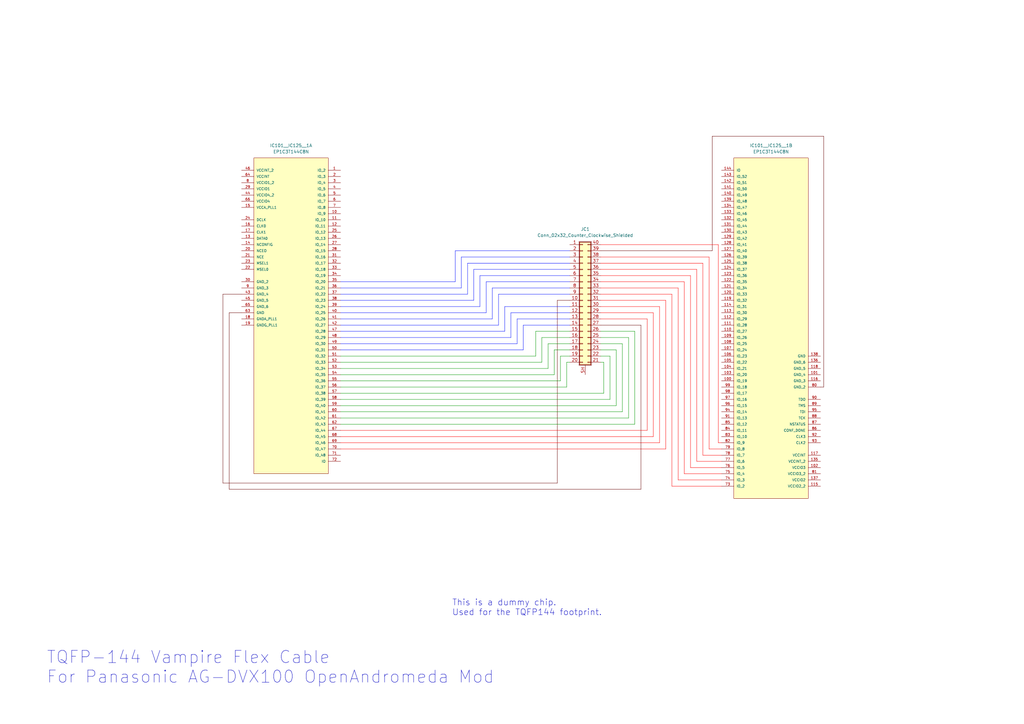
<source format=kicad_sch>
(kicad_sch (version 20230121) (generator eeschema)
  (paper "A3")
  (lib_symbols
    (symbol "Connector_Generic_Shielded:Conn_02x20_Counter_Clockwise_Shielded" (pin_names (offset 1.016) hide)
      (property "Reference" "J" (at 1.524 25.146 0))
      (property "Value" "Conn_02x20_Counter_Clockwise_Shielded" (at 2.286 -27.686 0))
      (symbol "Conn_02x20_Counter_Clockwise_Shielded_1_1"
        (rectangle (start -1.27 24.13) (end 3.81 -26.67) (stroke (width 0.1524)))
        (rectangle (start -1.016 -25.273) (end 0.254 -25.527) (stroke (width 0.1524)))
        (rectangle (start -1.016 -22.733) (end 0.254 -22.987) (stroke (width 0.1524)))
        (rectangle (start -1.016 -20.193) (end 0.254 -20.447) (stroke (width 0.1524)))
        (rectangle (start -1.016 -17.653) (end 0.254 -17.907) (stroke (width 0.1524)))
        (rectangle (start -1.016 -15.113) (end 0.254 -15.367) (stroke (width 0.1524)))
        (rectangle (start -1.016 -12.573) (end 0.254 -12.827) (stroke (width 0.1524)))
        (rectangle (start -1.016 -10.033) (end 0.254 -10.287) (stroke (width 0.1524)))
        (rectangle (start -1.016 -7.493) (end 0.254 -7.747) (stroke (width 0.1524)))
        (rectangle (start -1.016 -4.953) (end 0.254 -5.207) (stroke (width 0.1524)))
        (rectangle (start -1.016 -2.413) (end 0.254 -2.667) (stroke (width 0.1524)))
        (rectangle (start -1.016 0.127) (end 0.254 -0.127) (stroke (width 0.1524)))
        (rectangle (start -1.016 2.667) (end 0.254 2.413) (stroke (width 0.1524)))
        (rectangle (start -1.016 5.207) (end 0.254 4.953) (stroke (width 0.1524)))
        (rectangle (start -1.016 7.747) (end 0.254 7.493) (stroke (width 0.1524)))
        (rectangle (start -1.016 10.287) (end 0.254 10.033) (stroke (width 0.1524)))
        (rectangle (start -1.016 12.827) (end 0.254 12.573) (stroke (width 0.1524)))
        (rectangle (start -1.016 15.367) (end 0.254 15.113) (stroke (width 0.1524)))
        (rectangle (start -1.016 17.907) (end 0.254 17.653) (stroke (width 0.1524)))
        (rectangle (start -1.016 20.447) (end 0.254 20.193) (stroke (width 0.1524)))
        (rectangle (start -1.016 22.987) (end 0.254 22.733) (stroke (width 0.1524)))
        (rectangle (start -1.016 23.876) (end 3.556 -26.416) (stroke (width 0.254)) (fill (type background)))
        (rectangle (start 3.556 -25.273) (end 2.286 -25.527) (stroke (width 0.1524)))
        (rectangle (start 3.556 -22.733) (end 2.286 -22.987) (stroke (width 0.1524)))
        (rectangle (start 3.556 -20.193) (end 2.286 -20.447) (stroke (width 0.1524)))
        (rectangle (start 3.556 -17.653) (end 2.286 -17.907) (stroke (width 0.1524)))
        (rectangle (start 3.556 -15.113) (end 2.286 -15.367) (stroke (width 0.1524)))
        (rectangle (start 3.556 -12.573) (end 2.286 -12.827) (stroke (width 0.1524)))
        (rectangle (start 3.556 -10.033) (end 2.286 -10.287) (stroke (width 0.1524)))
        (rectangle (start 3.556 -7.493) (end 2.286 -7.747) (stroke (width 0.1524)))
        (rectangle (start 3.556 -4.953) (end 2.286 -5.207) (stroke (width 0.1524)))
        (rectangle (start 3.556 -2.413) (end 2.286 -2.667) (stroke (width 0.1524)))
        (rectangle (start 3.556 0.127) (end 2.286 -0.127) (stroke (width 0.1524)))
        (rectangle (start 3.556 2.667) (end 2.286 2.413) (stroke (width 0.1524)))
        (rectangle (start 3.556 5.207) (end 2.286 4.953) (stroke (width 0.1524)))
        (rectangle (start 3.556 7.747) (end 2.286 7.493) (stroke (width 0.1524)))
        (rectangle (start 3.556 10.287) (end 2.286 10.033) (stroke (width 0.1524)))
        (rectangle (start 3.556 12.827) (end 2.286 12.573) (stroke (width 0.1524)))
        (rectangle (start 3.556 15.367) (end 2.286 15.113) (stroke (width 0.1524)))
        (rectangle (start 3.556 17.907) (end 2.286 17.653) (stroke (width 0.1524)))
        (rectangle (start 3.556 20.447) (end 2.286 20.193) (stroke (width 0.1524)))
        (rectangle (start 3.556 22.987) (end 2.286 22.733) (stroke (width 0.1524)))
        (pin passive line (at -5.08 22.86 0) (length 4.064) (name "Pin_1") (number "1"))
        (pin passive line (at -5.08 0 0) (length 4.064) (name "Pin_10") (number "10"))
        (pin passive line (at -5.08 -2.54 0) (length 4.064) (name "Pin_11") (number "11"))
        (pin passive line (at -5.08 -5.08 0) (length 4.064) (name "Pin_12") (number "12"))
        (pin passive line (at -5.08 -7.62 0) (length 4.064) (name "Pin_13") (number "13"))
        (pin passive line (at -5.08 -10.16 0) (length 4.064) (name "Pin_14") (number "14"))
        (pin passive line (at -5.08 -12.7 0) (length 4.064) (name "Pin_15") (number "15"))
        (pin passive line (at -5.08 -15.24 0) (length 4.064) (name "Pin_16") (number "16"))
        (pin passive line (at -5.08 -17.78 0) (length 4.064) (name "Pin_17") (number "17"))
        (pin passive line (at -5.08 -20.32 0) (length 4.064) (name "Pin_18") (number "18"))
        (pin passive line (at -5.08 -22.86 0) (length 4.064) (name "Pin_19") (number "19"))
        (pin passive line (at -5.08 20.32 0) (length 4.064) (name "Pin_2") (number "2"))
        (pin passive line (at -5.08 -25.4 0) (length 4.064) (name "Pin_20") (number "20"))
        (pin passive line (at 7.62 -25.4 180) (length 4.064) (name "Pin_21") (number "21"))
        (pin passive line (at 7.62 -22.86 180) (length 4.064) (name "Pin_22") (number "22"))
        (pin passive line (at 7.62 -20.32 180) (length 4.064) (name "Pin_23") (number "23"))
        (pin passive line (at 7.62 -17.78 180) (length 4.064) (name "Pin_24") (number "24"))
        (pin passive line (at 7.62 -15.24 180) (length 4.064) (name "Pin_25") (number "25"))
        (pin passive line (at 7.62 -12.7 180) (length 4.064) (name "Pin_26") (number "26"))
        (pin passive line (at 7.62 -10.16 180) (length 4.064) (name "Pin_27") (number "27"))
        (pin passive line (at 7.62 -7.62 180) (length 4.064) (name "Pin_28") (number "28"))
        (pin passive line (at 7.62 -5.08 180) (length 4.064) (name "Pin_29") (number "29"))
        (pin passive line (at -5.08 17.78 0) (length 4.064) (name "Pin_3") (number "3"))
        (pin passive line (at 7.62 -2.54 180) (length 4.064) (name "Pin_30") (number "30"))
        (pin passive line (at 7.62 0 180) (length 4.064) (name "Pin_31") (number "31"))
        (pin passive line (at 7.62 2.54 180) (length 4.064) (name "Pin_32") (number "32"))
        (pin passive line (at 7.62 5.08 180) (length 4.064) (name "Pin_33") (number "33"))
        (pin passive line (at 7.62 7.62 180) (length 4.064) (name "Pin_34") (number "34"))
        (pin passive line (at 7.62 10.16 180) (length 4.064) (name "Pin_35") (number "35"))
        (pin passive line (at 7.62 12.7 180) (length 4.064) (name "Pin_36") (number "36"))
        (pin passive line (at 7.62 15.24 180) (length 4.064) (name "Pin_37") (number "37"))
        (pin passive line (at 7.62 17.78 180) (length 4.064) (name "Pin_38") (number "38"))
        (pin passive line (at 7.62 20.32 180) (length 4.064) (name "Pin_39") (number "39"))
        (pin passive line (at -5.08 15.24 0) (length 4.064) (name "Pin_4") (number "4"))
        (pin passive line (at 7.62 22.86 180) (length 4.064) (name "Pin_40") (number "40"))
        (pin passive line (at -5.08 12.7 0) (length 4.064) (name "Pin_5") (number "5"))
        (pin passive line (at -5.08 10.16 0) (length 4.064) (name "Pin_6") (number "6"))
        (pin passive line (at -5.08 7.62 0) (length 4.064) (name "Pin_7") (number "7"))
        (pin passive line (at -5.08 5.08 0) (length 4.064) (name "Pin_8") (number "8"))
        (pin passive line (at -5.08 2.54 0) (length 4.064) (name "Pin_9") (number "9"))
        (pin passive line (at 1.27 -30.48 90) (length 3.81) (name "Shield") (number "SH"))
      )
    )
    (symbol "Prj:EP1C3T144C8N" (pin_names (offset 1.016))
      (property "Reference" "U" (at -5.3594 64.9986 0))
      (property "Value" "EP1C3T144C8N" (at -3.6576 -72.3138 0))
      (symbol "EP1C3T144C8N_1_0"
        (rectangle (start -15.24 -68.58) (end 15.24 60.96) (stroke (width 0.1524)) (fill (type background)))
        (pin bidirectional line (at 20.32 55.88 180) (length 5.08) (name "IO_2") (number "1"))
        (pin bidirectional line (at 20.32 38.1 180) (length 5.08) (name "IO_9") (number "10"))
        (pin bidirectional line (at 20.32 35.56 180) (length 5.08) (name "IO_10") (number "11"))
        (pin bidirectional line (at 20.32 33.02 180) (length 5.08) (name "IO_11") (number "12"))
        (pin input line (at -20.32 27.94 0) (length 5.08) (name "DATA0") (number "13"))
        (pin input line (at -20.32 25.4 0) (length 5.08) (name "NCONFIG") (number "14"))
        (pin power_in line (at -20.32 40.64 0) (length 5.08) (name "VCCA_PLL1") (number "15"))
        (pin input line (at -20.32 33.02 0) (length 5.08) (name "CLK0") (number "16"))
        (pin input line (at -20.32 30.48 0) (length 5.08) (name "CLK1") (number "17"))
        (pin passive line (at -20.32 -5.08 0) (length 5.08) (name "GNDA_PLL1") (number "18"))
        (pin passive line (at -20.32 -7.62 0) (length 5.08) (name "GNDG_PLL1") (number "19"))
        (pin bidirectional line (at 20.32 53.34 180) (length 5.08) (name "IO_3") (number "2"))
        (pin input line (at -20.32 22.86 0) (length 5.08) (name "NCEO") (number "20"))
        (pin input line (at -20.32 20.32 0) (length 5.08) (name "NCE") (number "21"))
        (pin input line (at -20.32 15.24 0) (length 5.08) (name "MSEL0") (number "22"))
        (pin input line (at -20.32 17.78 0) (length 5.08) (name "MSEL1") (number "23"))
        (pin input line (at -20.32 35.56 0) (length 5.08) (name "DCLK") (number "24"))
        (pin bidirectional line (at 20.32 30.48 180) (length 5.08) (name "IO_12") (number "25"))
        (pin bidirectional line (at 20.32 27.94 180) (length 5.08) (name "IO_13") (number "26"))
        (pin bidirectional line (at 20.32 25.4 180) (length 5.08) (name "IO_14") (number "27"))
        (pin bidirectional line (at 20.32 22.86 180) (length 5.08) (name "IO_15") (number "28"))
        (pin power_in line (at -20.32 48.26 0) (length 5.08) (name "VCCIO1") (number "29"))
        (pin bidirectional line (at 20.32 50.8 180) (length 5.08) (name "IO_4") (number "3"))
        (pin passive line (at -20.32 10.16 0) (length 5.08) (name "GND_2") (number "30"))
        (pin bidirectional line (at 20.32 20.32 180) (length 5.08) (name "IO_16") (number "31"))
        (pin bidirectional line (at 20.32 17.78 180) (length 5.08) (name "IO_17") (number "32"))
        (pin bidirectional line (at 20.32 15.24 180) (length 5.08) (name "IO_18") (number "33"))
        (pin bidirectional line (at 20.32 12.7 180) (length 5.08) (name "IO_19") (number "34"))
        (pin bidirectional line (at 20.32 10.16 180) (length 5.08) (name "IO_20") (number "35"))
        (pin bidirectional line (at 20.32 7.62 180) (length 5.08) (name "IO_21") (number "36"))
        (pin bidirectional line (at 20.32 5.08 180) (length 5.08) (name "IO_22") (number "37"))
        (pin bidirectional line (at 20.32 2.54 180) (length 5.08) (name "IO_23") (number "38"))
        (pin bidirectional line (at 20.32 0 180) (length 5.08) (name "IO_24") (number "39"))
        (pin bidirectional line (at 20.32 48.26 180) (length 5.08) (name "IO_5") (number "4"))
        (pin bidirectional line (at 20.32 -2.54 180) (length 5.08) (name "IO_25") (number "40"))
        (pin bidirectional line (at 20.32 -5.08 180) (length 5.08) (name "IO_26") (number "41"))
        (pin bidirectional line (at 20.32 -7.62 180) (length 5.08) (name "IO_27") (number "42"))
        (pin passive line (at -20.32 5.08 0) (length 5.08) (name "GND_4") (number "43"))
        (pin power_in line (at -20.32 45.72 0) (length 5.08) (name "VCCIO4_2") (number "44"))
        (pin passive line (at -20.32 2.54 0) (length 5.08) (name "GND_5") (number "45"))
        (pin power_in line (at -20.32 55.88 0) (length 5.08) (name "VCCINT_2") (number "46"))
        (pin bidirectional line (at 20.32 -10.16 180) (length 5.08) (name "IO_28") (number "47"))
        (pin bidirectional line (at 20.32 -12.7 180) (length 5.08) (name "IO_29") (number "48"))
        (pin bidirectional line (at 20.32 -15.24 180) (length 5.08) (name "IO_30") (number "49"))
        (pin bidirectional line (at 20.32 45.72 180) (length 5.08) (name "IO_6") (number "5"))
        (pin bidirectional line (at 20.32 -17.78 180) (length 5.08) (name "IO_31") (number "50"))
        (pin bidirectional line (at 20.32 -20.32 180) (length 5.08) (name "IO_32") (number "51"))
        (pin bidirectional line (at 20.32 -22.86 180) (length 5.08) (name "IO_33") (number "52"))
        (pin bidirectional line (at 20.32 -25.4 180) (length 5.08) (name "IO_34") (number "53"))
        (pin bidirectional line (at 20.32 -27.94 180) (length 5.08) (name "IO_35") (number "54"))
        (pin bidirectional line (at 20.32 -30.48 180) (length 5.08) (name "IO_36") (number "55"))
        (pin bidirectional line (at 20.32 -33.02 180) (length 5.08) (name "IO_37") (number "56"))
        (pin bidirectional line (at 20.32 -35.56 180) (length 5.08) (name "IO_38") (number "57"))
        (pin bidirectional line (at 20.32 -38.1 180) (length 5.08) (name "IO_39") (number "58"))
        (pin bidirectional line (at 20.32 -40.64 180) (length 5.08) (name "IO_40") (number "59"))
        (pin bidirectional line (at 20.32 43.18 180) (length 5.08) (name "IO_7") (number "6"))
        (pin bidirectional line (at 20.32 -43.18 180) (length 5.08) (name "IO_41") (number "60"))
        (pin bidirectional line (at 20.32 -45.72 180) (length 5.08) (name "IO_42") (number "61"))
        (pin bidirectional line (at 20.32 -48.26 180) (length 5.08) (name "IO_43") (number "62"))
        (pin passive line (at -20.32 -2.54 0) (length 5.08) (name "GND") (number "63"))
        (pin power_in line (at -20.32 53.34 0) (length 5.08) (name "VCCINT") (number "64"))
        (pin passive line (at -20.32 0 0) (length 5.08) (name "GND_6") (number "65"))
        (pin power_in line (at -20.32 43.18 0) (length 5.08) (name "VCCIO4") (number "66"))
        (pin bidirectional line (at 20.32 -50.8 180) (length 5.08) (name "IO_44") (number "67"))
        (pin bidirectional line (at 20.32 -53.34 180) (length 5.08) (name "IO_45") (number "68"))
        (pin bidirectional line (at 20.32 -55.88 180) (length 5.08) (name "IO_46") (number "69"))
        (pin bidirectional line (at 20.32 40.64 180) (length 5.08) (name "IO_8") (number "7"))
        (pin bidirectional line (at 20.32 -58.42 180) (length 5.08) (name "IO_47") (number "70"))
        (pin bidirectional line (at 20.32 -60.96 180) (length 5.08) (name "IO_48") (number "71"))
        (pin bidirectional line (at 20.32 -63.5 180) (length 5.08) (name "IO") (number "72"))
        (pin power_in line (at -20.32 50.8 0) (length 5.08) (name "VCCIO1_2") (number "8"))
        (pin passive line (at -20.32 7.62 0) (length 5.08) (name "GND_3") (number "9"))
      )
      (symbol "EP1C3T144C8N_2_0"
        (rectangle (start -15.24 -73.66) (end 15.24 66.04) (stroke (width 0.1524)) (fill (type background)))
        (pin bidirectional line (at 20.32 17.78 180) (length 5.08) (name "IO_19") (number "100"))
        (pin passive line (at -20.32 15.24 0) (length 5.08) (name "GND_4") (number "101"))
        (pin power_in line (at -20.32 53.34 0) (length 5.08) (name "VCCIO3") (number "102"))
        (pin bidirectional line (at 20.32 15.24 180) (length 5.08) (name "IO_20") (number "103"))
        (pin bidirectional line (at 20.32 12.7 180) (length 5.08) (name "IO_21") (number "104"))
        (pin bidirectional line (at 20.32 10.16 180) (length 5.08) (name "IO_22") (number "105"))
        (pin bidirectional line (at 20.32 7.62 180) (length 5.08) (name "IO_23") (number "106"))
        (pin bidirectional line (at 20.32 5.08 180) (length 5.08) (name "IO_24") (number "107"))
        (pin bidirectional line (at 20.32 2.54 180) (length 5.08) (name "IO_25") (number "108"))
        (pin bidirectional line (at 20.32 0 180) (length 5.08) (name "IO_26") (number "109"))
        (pin bidirectional line (at 20.32 -2.54 180) (length 5.08) (name "IO_27") (number "110"))
        (pin bidirectional line (at 20.32 -5.08 180) (length 5.08) (name "IO_28") (number "111"))
        (pin bidirectional line (at 20.32 -7.62 180) (length 5.08) (name "IO_29") (number "112"))
        (pin bidirectional line (at 20.32 -10.16 180) (length 5.08) (name "IO_30") (number "113"))
        (pin bidirectional line (at 20.32 -12.7 180) (length 5.08) (name "IO_31") (number "114"))
        (pin power_in line (at -20.32 60.96 0) (length 5.08) (name "VCCIO2_2") (number "115"))
        (pin passive line (at -20.32 17.78 0) (length 5.08) (name "GND_3") (number "116"))
        (pin power_in line (at -20.32 48.26 0) (length 5.08) (name "VCCINT") (number "117"))
        (pin passive line (at -20.32 12.7 0) (length 5.08) (name "GND_5") (number "118"))
        (pin bidirectional line (at 20.32 -15.24 180) (length 5.08) (name "IO_32") (number "119"))
        (pin bidirectional line (at 20.32 -17.78 180) (length 5.08) (name "IO_33") (number "120"))
        (pin bidirectional line (at 20.32 -20.32 180) (length 5.08) (name "IO_34") (number "121"))
        (pin bidirectional line (at 20.32 -22.86 180) (length 5.08) (name "IO_35") (number "122"))
        (pin bidirectional line (at 20.32 -25.4 180) (length 5.08) (name "IO_36") (number "123"))
        (pin bidirectional line (at 20.32 -27.94 180) (length 5.08) (name "IO_37") (number "124"))
        (pin bidirectional line (at 20.32 -30.48 180) (length 5.08) (name "IO_38") (number "125"))
        (pin bidirectional line (at 20.32 -33.02 180) (length 5.08) (name "IO_39") (number "126"))
        (pin bidirectional line (at 20.32 -35.56 180) (length 5.08) (name "IO_40") (number "127"))
        (pin bidirectional line (at 20.32 -38.1 180) (length 5.08) (name "IO_41") (number "128"))
        (pin bidirectional line (at 20.32 -40.64 180) (length 5.08) (name "IO_42") (number "129"))
        (pin bidirectional line (at 20.32 -43.18 180) (length 5.08) (name "IO_43") (number "130"))
        (pin bidirectional line (at 20.32 -45.72 180) (length 5.08) (name "IO_44") (number "131"))
        (pin bidirectional line (at 20.32 -48.26 180) (length 5.08) (name "IO_45") (number "132"))
        (pin bidirectional line (at 20.32 -50.8 180) (length 5.08) (name "IO_46") (number "133"))
        (pin bidirectional line (at 20.32 -53.34 180) (length 5.08) (name "IO_47") (number "134"))
        (pin power_in line (at -20.32 50.8 0) (length 5.08) (name "VCCINT_2") (number "135"))
        (pin passive line (at -20.32 10.16 0) (length 5.08) (name "GND_6") (number "136"))
        (pin power_in line (at -20.32 58.42 0) (length 5.08) (name "VCCIO2") (number "137"))
        (pin passive line (at -20.32 7.62 0) (length 5.08) (name "GND") (number "138"))
        (pin bidirectional line (at 20.32 -55.88 180) (length 5.08) (name "IO_48") (number "139"))
        (pin bidirectional line (at 20.32 -58.42 180) (length 5.08) (name "IO_49") (number "140"))
        (pin bidirectional line (at 20.32 -60.96 180) (length 5.08) (name "IO_50") (number "141"))
        (pin bidirectional line (at 20.32 -63.5 180) (length 5.08) (name "IO_51") (number "142"))
        (pin bidirectional line (at 20.32 -66.04 180) (length 5.08) (name "IO_52") (number "143"))
        (pin bidirectional line (at 20.32 -68.58 180) (length 5.08) (name "IO") (number "144"))
        (pin bidirectional line (at 20.32 60.96 180) (length 5.08) (name "IO_2") (number "73"))
        (pin bidirectional line (at 20.32 58.42 180) (length 5.08) (name "IO_3") (number "74"))
        (pin bidirectional line (at 20.32 55.88 180) (length 5.08) (name "IO_4") (number "75"))
        (pin bidirectional line (at 20.32 53.34 180) (length 5.08) (name "IO_5") (number "76"))
        (pin bidirectional line (at 20.32 50.8 180) (length 5.08) (name "IO_6") (number "77"))
        (pin bidirectional line (at 20.32 48.26 180) (length 5.08) (name "IO_7") (number "78"))
        (pin bidirectional line (at 20.32 45.72 180) (length 5.08) (name "IO_8") (number "79"))
        (pin passive line (at -20.32 20.32 0) (length 5.08) (name "GND_2") (number "80"))
        (pin power_in line (at -20.32 55.88 0) (length 5.08) (name "VCCIO3_2") (number "81"))
        (pin bidirectional line (at 20.32 43.18 180) (length 5.08) (name "IO_9") (number "82"))
        (pin bidirectional line (at 20.32 40.64 180) (length 5.08) (name "IO_10") (number "83"))
        (pin bidirectional line (at 20.32 38.1 180) (length 5.08) (name "IO_11") (number "84"))
        (pin bidirectional line (at 20.32 35.56 180) (length 5.08) (name "IO_12") (number "85"))
        (pin input line (at -20.32 38.1 0) (length 5.08) (name "CONF_DONE") (number "86"))
        (pin input line (at -20.32 35.56 0) (length 5.08) (name "NSTATUS") (number "87"))
        (pin input line (at -20.32 33.02 0) (length 5.08) (name "TCK") (number "88"))
        (pin input line (at -20.32 27.94 0) (length 5.08) (name "TMS") (number "89"))
        (pin input line (at -20.32 25.4 0) (length 5.08) (name "TDO") (number "90"))
        (pin bidirectional line (at 20.32 33.02 180) (length 5.08) (name "IO_13") (number "91"))
        (pin input line (at -20.32 40.64 0) (length 5.08) (name "CLK3") (number "92"))
        (pin input line (at -20.32 43.18 0) (length 5.08) (name "CLK2") (number "93"))
        (pin bidirectional line (at 20.32 30.48 180) (length 5.08) (name "IO_14") (number "94"))
        (pin input line (at -20.32 30.48 0) (length 5.08) (name "TDI") (number "95"))
        (pin bidirectional line (at 20.32 27.94 180) (length 5.08) (name "IO_15") (number "96"))
        (pin bidirectional line (at 20.32 25.4 180) (length 5.08) (name "IO_16") (number "97"))
        (pin bidirectional line (at 20.32 22.86 180) (length 5.08) (name "IO_17") (number "98"))
        (pin bidirectional line (at 20.32 20.32 180) (length 5.08) (name "IO_18") (number "99"))
      )
    )
  )
  (wire (pts (xy 99.06 128.27) (xy 93.98 128.27)) (stroke (width 0) (color 100 0 0 1)))
  (wire (pts (xy 91.44 120.65) (xy 91.44 198.12)) (stroke (width 0) (color 100 0 0 1)))
  (wire (pts (xy 292.1 55.88) (xy 292.1 102.87)) (stroke (width 0) (color 100 0 0 1)))
  (wire (pts (xy 199.39 115.57) (xy 199.39 128.27)) (stroke (width 0) (color 0 13 255 1)))
  (wire (pts (xy 280.67 115.57) (xy 280.67 194.31)) (stroke (width 0) (color 253 0 0 1)))
  (wire (pts (xy 233.68 140.97) (xy 224.79 140.97)))
  (wire (pts (xy 207.01 135.89) (xy 207.01 125.73)) (stroke (width 0) (color 0 13 255 1)))
  (wire (pts (xy 212.09 140.97) (xy 212.09 130.81)) (stroke (width 0) (color 0 13 255 1)))
  (wire (pts (xy 255.27 140.97) (xy 255.27 168.91)))
  (wire (pts (xy 204.47 133.35) (xy 139.7 133.35)) (stroke (width 0) (color 0 13 255 1)))
  (wire (pts (xy 233.68 148.59) (xy 232.41 148.59)))
  (wire (pts (xy 260.35 135.89) (xy 260.35 173.99)))
  (wire (pts (xy 201.93 130.81) (xy 201.93 118.11)) (stroke (width 0) (color 0 13 255 1)))
  (wire (pts (xy 252.73 143.51) (xy 246.38 143.51)))
  (wire (pts (xy 214.63 143.51) (xy 139.7 143.51)) (stroke (width 0) (color 0 13 255 1)))
  (wire (pts (xy 139.7 148.59) (xy 222.25 148.59)))
  (wire (pts (xy 260.35 173.99) (xy 139.7 173.99)))
  (wire (pts (xy 186.69 102.87) (xy 233.68 102.87)) (stroke (width 0) (color 0 13 255 1)))
  (wire (pts (xy 275.59 120.65) (xy 246.38 120.65)) (stroke (width 0) (color 253 0 0 1)))
  (wire (pts (xy 233.68 110.49) (xy 194.31 110.49)) (stroke (width 0) (color 0 13 255 1)))
  (wire (pts (xy 246.38 100.33) (xy 294.64 100.33)) (stroke (width 0) (color 253 0 0 1)))
  (wire (pts (xy 222.25 148.59) (xy 222.25 138.43)))
  (wire (pts (xy 290.83 184.15) (xy 290.83 105.41)) (stroke (width 0) (color 253 0 0 1)))
  (wire (pts (xy 99.06 120.65) (xy 91.44 120.65)) (stroke (width 0) (color 100 0 0 1)))
  (wire (pts (xy 295.91 186.69) (xy 288.29 186.69)) (stroke (width 0) (color 253 0 0 1)))
  (wire (pts (xy 288.29 107.95) (xy 246.38 107.95)) (stroke (width 0) (color 253 0 0 1)))
  (wire (pts (xy 139.7 120.65) (xy 191.77 120.65)) (stroke (width 0) (color 0 13 255 1)))
  (wire (pts (xy 139.7 161.29) (xy 247.65 161.29)))
  (wire (pts (xy 250.19 163.83) (xy 250.19 146.05)))
  (wire (pts (xy 224.79 140.97) (xy 224.79 151.13)))
  (wire (pts (xy 265.43 130.81) (xy 246.38 130.81)) (stroke (width 0) (color 245 0 0 1)))
  (wire (pts (xy 139.7 184.15) (xy 273.05 184.15)) (stroke (width 0) (color 253 0 0 1)))
  (wire (pts (xy 257.81 171.45) (xy 257.81 138.43)))
  (wire (pts (xy 139.7 158.75) (xy 232.41 158.75)))
  (wire (pts (xy 246.38 135.89) (xy 260.35 135.89)))
  (wire (pts (xy 189.23 105.41) (xy 233.68 105.41)) (stroke (width 0) (color 0 13 255 1)))
  (wire (pts (xy 139.7 146.05) (xy 219.71 146.05)))
  (wire (pts (xy 252.73 166.37) (xy 252.73 143.51)))
  (wire (pts (xy 285.75 110.49) (xy 285.75 189.23)) (stroke (width 0) (color 253 0 0 1)))
  (wire (pts (xy 246.38 140.97) (xy 255.27 140.97)))
  (wire (pts (xy 186.69 115.57) (xy 186.69 102.87)) (stroke (width 0) (color 0 13 255 1)))
  (wire (pts (xy 229.87 156.21) (xy 229.87 146.05)))
  (wire (pts (xy 139.7 166.37) (xy 252.73 166.37)))
  (wire (pts (xy 246.38 118.11) (xy 278.13 118.11)) (stroke (width 0) (color 253 0 0 1)))
  (wire (pts (xy 295.91 199.39) (xy 275.59 199.39)) (stroke (width 0) (color 253 0 0 1)))
  (wire (pts (xy 278.13 118.11) (xy 278.13 196.85)) (stroke (width 0) (color 253 0 0 1)))
  (wire (pts (xy 199.39 128.27) (xy 139.7 128.27)) (stroke (width 0) (color 0 13 255 1)))
  (wire (pts (xy 139.7 163.83) (xy 250.19 163.83)))
  (wire (pts (xy 233.68 133.35) (xy 214.63 133.35)) (stroke (width 0) (color 0 13 255 1)))
  (wire (pts (xy 139.7 153.67) (xy 227.33 153.67)))
  (wire (pts (xy 139.7 118.11) (xy 189.23 118.11)) (stroke (width 0) (color 0 13 255 1)))
  (wire (pts (xy 139.7 156.21) (xy 229.87 156.21)))
  (wire (pts (xy 214.63 133.35) (xy 214.63 143.51)) (stroke (width 0) (color 0 13 255 1)))
  (wire (pts (xy 93.98 128.27) (xy 93.98 200.66)) (stroke (width 0) (color 100 0 0 1)))
  (wire (pts (xy 189.23 118.11) (xy 189.23 105.41)) (stroke (width 0) (color 0 13 255 1)))
  (wire (pts (xy 247.65 148.59) (xy 246.38 148.59)))
  (wire (pts (xy 191.77 120.65) (xy 191.77 107.95)) (stroke (width 0) (color 0 13 255 1)))
  (wire (pts (xy 233.68 115.57) (xy 199.39 115.57)) (stroke (width 0) (color 0 13 255 1)))
  (wire (pts (xy 196.85 125.73) (xy 196.85 113.03)) (stroke (width 0) (color 0 13 255 1)))
  (wire (pts (xy 292.1 55.88) (xy 337.82 55.88)) (stroke (width 0) (color 100 0 0 1)))
  (wire (pts (xy 337.82 158.75) (xy 336.55 158.75)) (stroke (width 0) (color 100 0 0 1)))
  (wire (pts (xy 250.19 146.05) (xy 246.38 146.05)))
  (wire (pts (xy 139.7 115.57) (xy 186.69 115.57)) (stroke (width 0) (color 0 13 255 1)))
  (wire (pts (xy 262.89 200.66) (xy 262.89 133.35)) (stroke (width 0) (color 100 0 0 1)))
  (wire (pts (xy 267.97 128.27) (xy 246.38 128.27)) (stroke (width 0) (color 253 0 0 1)))
  (wire (pts (xy 337.82 158.75) (xy 337.82 55.88)) (stroke (width 0) (color 100 0 0 1)))
  (wire (pts (xy 204.47 120.65) (xy 204.47 133.35)) (stroke (width 0) (color 0 13 255 1)))
  (wire (pts (xy 139.7 151.13) (xy 224.79 151.13)))
  (wire (pts (xy 139.7 171.45) (xy 257.81 171.45)))
  (wire (pts (xy 295.91 184.15) (xy 290.83 184.15)) (stroke (width 0) (color 253 0 0 1)))
  (wire (pts (xy 273.05 123.19) (xy 246.38 123.19)) (stroke (width 0) (color 253 0 0 1)))
  (wire (pts (xy 204.47 120.65) (xy 233.68 120.65)) (stroke (width 0) (color 0 13 255 1)))
  (wire (pts (xy 139.7 125.73) (xy 196.85 125.73)) (stroke (width 0) (color 0 13 255 1)))
  (wire (pts (xy 270.51 125.73) (xy 246.38 125.73)) (stroke (width 0) (color 253 0 0 1)))
  (wire (pts (xy 222.25 138.43) (xy 233.68 138.43)))
  (wire (pts (xy 273.05 184.15) (xy 273.05 123.19)) (stroke (width 0) (color 253 0 0 1)))
  (wire (pts (xy 201.93 118.11) (xy 233.68 118.11)) (stroke (width 0) (color 0 13 255 1)))
  (wire (pts (xy 280.67 194.31) (xy 295.91 194.31)) (stroke (width 0) (color 253 0 0 1)))
  (wire (pts (xy 228.6 198.12) (xy 228.6 123.19)) (stroke (width 0) (color 100 0 0 1)))
  (wire (pts (xy 290.83 105.41) (xy 246.38 105.41)) (stroke (width 0) (color 253 0 0 1)))
  (wire (pts (xy 285.75 189.23) (xy 295.91 189.23)) (stroke (width 0) (color 253 0 0 1)))
  (wire (pts (xy 246.38 115.57) (xy 280.67 115.57)) (stroke (width 0) (color 253 0 0 1)))
  (wire (pts (xy 219.71 135.89) (xy 233.68 135.89)))
  (wire (pts (xy 262.89 133.35) (xy 246.38 133.35)) (stroke (width 0) (color 100 0 0 1)))
  (wire (pts (xy 139.7 138.43) (xy 209.55 138.43)) (stroke (width 0) (color 0 13 255 1)))
  (wire (pts (xy 283.21 191.77) (xy 283.21 113.03)) (stroke (width 0) (color 253 0 0 1)))
  (wire (pts (xy 227.33 143.51) (xy 233.68 143.51)))
  (wire (pts (xy 139.7 135.89) (xy 207.01 135.89)) (stroke (width 0) (color 0 13 255 1)))
  (wire (pts (xy 294.64 100.33) (xy 294.64 181.61)) (stroke (width 0) (color 253 0 0 1)))
  (wire (pts (xy 139.7 176.53) (xy 265.43 176.53)) (stroke (width 0) (color 245 0 0 1)))
  (wire (pts (xy 270.51 181.61) (xy 270.51 125.73)) (stroke (width 0) (color 253 0 0 1)))
  (wire (pts (xy 209.55 138.43) (xy 209.55 128.27)) (stroke (width 0) (color 0 13 255 1)))
  (wire (pts (xy 227.33 153.67) (xy 227.33 143.51)))
  (wire (pts (xy 232.41 148.59) (xy 232.41 158.75)))
  (wire (pts (xy 219.71 146.05) (xy 219.71 135.89)))
  (wire (pts (xy 257.81 138.43) (xy 246.38 138.43)))
  (wire (pts (xy 267.97 179.07) (xy 267.97 128.27)) (stroke (width 0) (color 253 0 0 1)))
  (wire (pts (xy 93.98 200.66) (xy 262.89 200.66)) (stroke (width 0) (color 100 0 0 1)))
  (wire (pts (xy 91.44 198.12) (xy 228.6 198.12)) (stroke (width 0) (color 100 0 0 1)))
  (wire (pts (xy 295.91 181.61) (xy 294.64 181.61)) (stroke (width 0) (color 253 0 0 1)))
  (wire (pts (xy 246.38 110.49) (xy 285.75 110.49)) (stroke (width 0) (color 253 0 0 1)))
  (wire (pts (xy 229.87 146.05) (xy 233.68 146.05)))
  (wire (pts (xy 228.6 123.19) (xy 233.68 123.19)) (stroke (width 0) (color 100 0 0 1)))
  (wire (pts (xy 191.77 107.95) (xy 233.68 107.95)) (stroke (width 0) (color 0 13 255 1)))
  (wire (pts (xy 196.85 113.03) (xy 233.68 113.03)) (stroke (width 0) (color 0 13 255 1)))
  (wire (pts (xy 247.65 161.29) (xy 247.65 148.59)))
  (wire (pts (xy 288.29 186.69) (xy 288.29 107.95)) (stroke (width 0) (color 253 0 0 1)))
  (wire (pts (xy 139.7 130.81) (xy 201.93 130.81)) (stroke (width 0) (color 0 13 255 1)))
  (wire (pts (xy 265.43 176.53) (xy 265.43 130.81)) (stroke (width 0) (color 245 0 0 1)))
  (wire (pts (xy 255.27 168.91) (xy 139.7 168.91)))
  (wire (pts (xy 295.91 191.77) (xy 283.21 191.77)) (stroke (width 0) (color 253 0 0 1)))
  (wire (pts (xy 283.21 113.03) (xy 246.38 113.03)) (stroke (width 0) (color 253 0 0 1)))
  (wire (pts (xy 212.09 130.81) (xy 233.68 130.81)) (stroke (width 0) (color 0 13 255 1)))
  (wire (pts (xy 139.7 181.61) (xy 270.51 181.61)) (stroke (width 0) (color 253 0 0 1)))
  (wire (pts (xy 139.7 140.97) (xy 212.09 140.97)) (stroke (width 0) (color 0 13 255 1)))
  (wire (pts (xy 194.31 110.49) (xy 194.31 123.19)) (stroke (width 0) (color 0 13 255 1)))
  (wire (pts (xy 194.31 123.19) (xy 139.7 123.19)) (stroke (width 0) (color 0 13 255 1)))
  (wire (pts (xy 139.7 179.07) (xy 267.97 179.07)) (stroke (width 0) (color 253 0 0 1)))
  (wire (pts (xy 278.13 196.85) (xy 295.91 196.85)) (stroke (width 0) (color 253 0 0 1)))
  (wire (pts (xy 207.01 125.73) (xy 233.68 125.73)) (stroke (width 0) (color 0 13 255 1)))
  (wire (pts (xy 292.1 102.87) (xy 246.38 102.87)) (stroke (width 0) (color 100 0 0 1)))
  (wire (pts (xy 275.59 199.39) (xy 275.59 120.65)) (stroke (width 0) (color 253 0 0 1)))
  (wire (pts (xy 209.55 128.27) (xy 233.68 128.27)) (stroke (width 0) (color 0 13 255 1)))
  (text "This is a dummy chip.\nUsed for the TQFP144 footprint." (at 185.42 252.73 0) (effects (font (size 2.5 2.5)) (justify left bottom)))
  (text "TQFP-144 Vampire Flex Cable\nFor Panasonic AG-DVX100 OpenAndromeda Mod" (at 19.05 280.67 0) (effects (font (size 5 5)) (justify left bottom)))
  (symbol (lib_id "Prj:EP1C3T144C8N") (at 119.38 125.73 0) (unit 1)
    (property "Reference" "IC101__IC125__1" (at 119.38 59.69 0))
    (property "Value" "EP1C3T144C8N" (at 119.38 62.23 0))
    (property "Footprint" "Package_QFP:TQFP-144_20x20mm_P0.5mm" (effects hide))
    (property "MPN" "EP1C3T144C8N" (effects hide))
    (property "OC_FARNELL" "1662265" (effects hide))
    (property "OC_NEWARK" "51R0544" (effects hide))
    (property "SUPPLIER" "Altera" (effects hide))
    (property "PACKAGE" "144-TQFP" (effects hide))
  )
  (symbol (lib_id "Connector_Generic_Shielded:Conn_02x20_Counter_Clockwise_Shielded") (at 238.76 123.19 0) (unit 1)
    (property "Reference" "JC1" (at 240.03 93.98 0))
    (property "Value" "Conn_02x32_Counter_Clockwise_Shielded" (at 240.03 96.52 0))
    (property "Footprint" "Connector_PinHeader_2.54mm:PinHeader_2x20_P2.54mm_Vertical" (effects hide))
  )
  (symbol (lib_id "Prj:EP1C3T144C8N") (at 316.23 138.43 180) (unit 2)
    (property "Reference" "IC101__IC125__1" (at 316.23 59.69 0))
    (property "Value" "EP1C3T144C8N" (at 316.23 62.23 0))
    (property "Footprint" "Package_QFP:TQFP-144_20x20mm_P0.5mm" (effects hide))
    (property "MPN" "EP1C3T144C8N" (effects hide))
    (property "OC_FARNELL" "1662265" (effects hide))
    (property "OC_NEWARK" "51R0544" (effects hide))
    (property "SUPPLIER" "Altera" (effects hide))
    (property "PACKAGE" "144-TQFP" (effects hide))
  )
)
</source>
